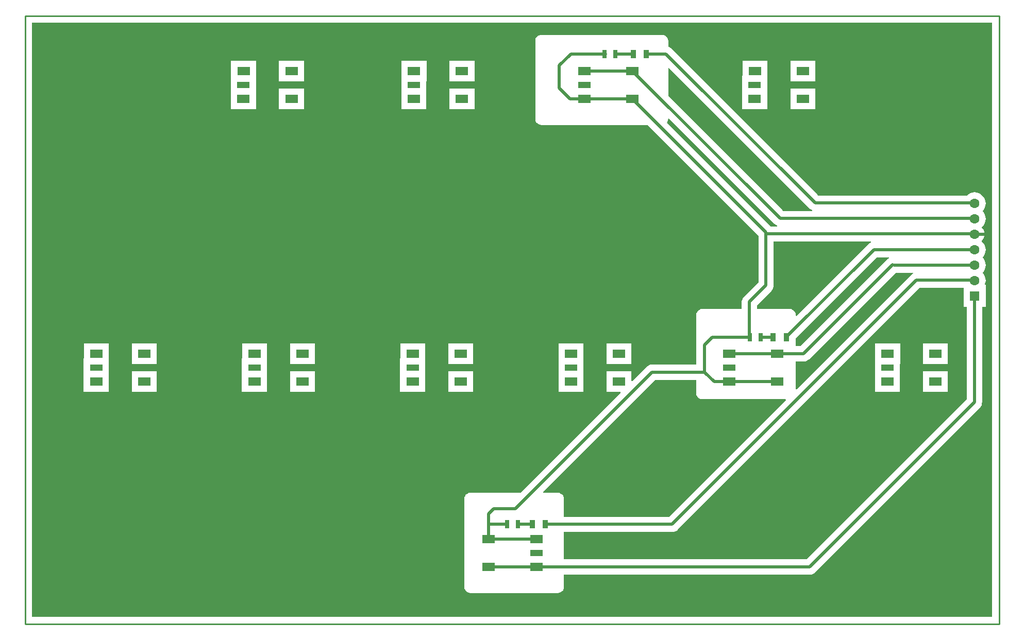
<source format=gtl>
%FSLAX24Y24*%
%MOMM*%
%SFA1B1*%

%IPPOS*%
%ADD10R,2.099996X1.399997*%
%ADD11R,2.099996X0.999998*%
%ADD12R,0.899998X1.399997*%
%ADD13R,0.799998X1.399997*%
%ADD14C,0.250000*%
%ADD15C,0.499999*%
%ADD16C,1.599997*%
%ADD17R,1.599997X1.599997*%
%LNplata_sredn-1*%
%LPD*%
G36*
X1588599Y-988099D02*
X11399D01*
Y-10899*
X1588599*
Y-988099*
G37*
%LNplata_sredn-2*%
%LPC*%
G36*
X216099Y-538099D02*
X175099D01*
Y-572099*
X216099*
Y-538099*
G37*
G36*
X1046499Y-30599D02*
X848399D01*
X845699Y-30899*
X843299Y-31899*
X841199Y-33499*
X839599Y-35599*
X838599Y-37999*
X838299Y-40599*
Y-168899*
X838599Y-171499*
X839599Y-173999*
X841199Y-175999*
X843299Y-177599*
X845699Y-178699*
X848399Y-178999*
X1022899*
X1204699Y-360799*
Y-437499*
X1181100Y-460999*
X1179499Y-462899*
X1178399Y-465099*
X1177699Y-467399*
X1177399Y-469900*
Y-481399*
X1112499*
X1109899Y-481699*
X1107499Y-482799*
X1105399Y-484399*
X1103799Y-486399*
X1102799Y-488899*
X1102399Y-491499*
Y-572899*
X1029999*
X1027499Y-573199*
X1025199Y-573899*
X1022999Y-574999*
X1021099Y-576599*
X997299Y-600399*
X996099Y-599899*
Y-584099*
X955099*
Y-618099*
X977900*
X978399Y-619299*
X813999Y-783699*
X731499*
X728899Y-783999*
X726499Y-784999*
X724399Y-786599*
X722799Y-788699*
X721799Y-791099*
X721399Y-793799*
Y-938499*
X721799Y-941099*
X722799Y-943599*
X724399Y-945699*
X726499Y-947299*
X728899Y-948299*
X731499Y-948599*
X874999*
X877599Y-948299*
X880099Y-947299*
X882199Y-945699*
X883799Y-943599*
X884799Y-941099*
X885099Y-938499*
Y-918399*
X1288799*
X1291199Y-918099*
X1293599Y-917399*
X1295699Y-916199*
X1297599Y-914699*
X1568399Y-643899*
X1569999Y-641999*
X1571199Y-639799*
X1571899Y-637499*
X1572099Y-635000*
Y-477999*
X1577999*
Y-441999*
X1577599*
X1576899Y-440999*
X1577699Y-438099*
X1578099Y-434599*
X1577699Y-431099*
X1576699Y-427699*
X1574999Y-424599*
X1572899Y-421899*
X1574999Y-419199*
X1576699Y-416099*
X1577699Y-412699*
X1578099Y-409199*
X1577699Y-405699*
X1576699Y-402299*
X1574999Y-399199*
X1572899Y-396499*
X1574999Y-393799*
X1576699Y-390699*
X1577699Y-387299*
X1578099Y-383799*
X1577699Y-380299*
X1576699Y-376899*
X1574999Y-373799*
X1572799Y-370999*
X1571999Y-370399*
X1571899Y-369099*
X1573399Y-367299*
X1574899Y-364599*
X1575799Y-361499*
Y-360899*
X1559999*
Y-355899*
X1575799*
Y-355299*
X1574899Y-352199*
X1573399Y-349499*
X1571899Y-347699*
X1571999Y-346399*
X1572799Y-345799*
X1574999Y-342999*
X1576699Y-339899*
X1577699Y-336499*
X1578099Y-332999*
X1577699Y-329499*
X1576699Y-326099*
X1574999Y-322999*
X1572899Y-320299*
X1574999Y-317599*
X1576699Y-314499*
X1577699Y-311099*
X1578099Y-307599*
X1577699Y-304099*
X1576699Y-300699*
X1574999Y-297599*
X1572799Y-294799*
X1569999Y-292599*
X1566899Y-290899*
X1563499Y-289899*
X1559999Y-289499*
X1556499Y-289899*
X1553099Y-290899*
X1549999Y-292599*
X1547199Y-294799*
X1303099*
X1061699Y-53299*
X1059799Y-51799*
X1057599Y-50599*
X1056599Y-50299*
Y-40599*
X1056199Y-37999*
X1055199Y-35599*
X1053599Y-33499*
X1051499Y-31899*
X1049099Y-30899*
X1046499Y-30599*
G37*
G36*
X917399Y-538099D02*
X876399D01*
Y-563099*
X876099*
Y-593099*
Y-618099*
X917099*
Y-593099*
Y-572099*
X917399*
Y-538099*
G37*
G36*
X996099D02*
X955099D01*
Y-572099*
X996099*
Y-538099*
G37*
G36*
X736099D02*
X695099D01*
Y-572099*
X736099*
Y-538099*
G37*
G36*
X476099D02*
X435099D01*
Y-572099*
X476099*
Y-538099*
G37*
G36*
X397399D02*
X356399D01*
Y-563099*
X356099*
Y-593099*
Y-618099*
X397099*
Y-593099*
Y-572099*
X397399*
Y-538099*
G37*
G36*
X216099Y-584099D02*
X175099D01*
Y-618099*
X216099*
Y-584099*
G37*
G36*
X137399Y-538099D02*
X96399D01*
Y-563099*
X96099*
Y-593099*
Y-618099*
X137099*
Y-593099*
Y-572099*
X137399*
Y-538099*
G37*
G36*
X736099Y-584099D02*
X695099D01*
Y-618099*
X736099*
Y-584099*
G37*
G36*
X657399Y-538099D02*
X616399D01*
Y-563099*
X616099*
Y-593099*
Y-618099*
X657099*
Y-593099*
Y-572099*
X657399*
Y-538099*
G37*
G36*
X476099Y-584099D02*
X435099D01*
Y-618099*
X476099*
Y-584099*
G37*
G36*
X738099Y-118999D02*
X697099D01*
Y-152999*
X738099*
Y-118999*
G37*
G36*
X1219399Y-72999D02*
X1178399D01*
Y-97999*
X1178099*
Y-127999*
Y-152999*
X1219099*
Y-127999*
Y-106999*
X1219399*
Y-72999*
G37*
G36*
X458099Y-118999D02*
X417099D01*
Y-152999*
X458099*
Y-118999*
G37*
G36*
X659399Y-72999D02*
X618399D01*
Y-97999*
X618099*
Y-127999*
Y-152999*
X659099*
Y-127999*
Y-106999*
X659399*
Y-72999*
G37*
G36*
X738099D02*
X697099D01*
Y-106999*
X738099*
Y-72999*
G37*
G36*
X1298099D02*
X1257099D01*
Y-106999*
X1298099*
Y-72999*
G37*
G36*
Y-118999D02*
X1257099D01*
Y-152999*
X1298099*
Y-118999*
G37*
G36*
X458099Y-72999D02*
X417099D01*
Y-106999*
X458099*
Y-72999*
G37*
G36*
X379399D02*
X338399D01*
Y-97999*
X338099*
Y-127999*
Y-152999*
X379099*
Y-127999*
Y-106999*
X379399*
Y-72999*
G37*
%LNplata_sredn-3*%
%LPD*%
G36*
X1389899Y-371999D02*
X1389499Y-372099D01*
X1387399Y-373199*
X1385399Y-374799*
X1267299Y-492899*
X1266099Y-492499*
Y-491499*
X1265799Y-488899*
X1264799Y-486399*
X1263199Y-484399*
X1261099Y-482799*
X1258599Y-481699*
X1255999Y-481399*
X1202599*
Y-475099*
X1226099Y-451499*
X1227699Y-449599*
X1228799Y-447499*
X1229499Y-445099*
X1229799Y-442699*
Y-370699*
X1389699*
X1389899Y-371999*
G37*
G36*
X1419699Y-397599D02*
X1417999Y-398499D01*
X1416099Y-400099*
X1273599Y-542499*
X1266099*
Y-529599*
X1399399Y-396399*
X1419299*
X1419699Y-397599*
G37*
G36*
X1541999Y-477999D02*
X1546999D01*
Y-629799*
X1283599Y-893199*
X885099*
Y-848199*
X1062999*
X1065399Y-847999*
X1067799Y-847299*
X1069999Y-846099*
X1071899Y-844499*
X1469499Y-446899*
X1541999*
Y-477999*
G37*
G36*
X1102399Y-619799D02*
X1102799Y-622399D01*
X1103799Y-624799*
X1105399Y-626899*
X1107499Y-628499*
X1109899Y-629499*
X1112499Y-629799*
X1249399*
X1249899Y-630999*
X1057799Y-823099*
X885099*
Y-793799*
X884799Y-791099*
X883799Y-788699*
X882199Y-786599*
X880099Y-784999*
X877599Y-783999*
X874999Y-783699*
X851199*
X850699Y-782499*
X1035199Y-597999*
X1102399*
Y-619799*
G37*
G36*
X1231499Y-341599D02*
X1233399Y-343199D01*
X1235599Y-344299*
X1235199Y-345599*
X1224999*
X1054399Y-174999*
X1055199Y-173999*
X1056199Y-171499*
X1056599Y-168899*
Y-168399*
X1057699Y-167899*
X1231499Y-341599*
G37*
G36*
X1458999Y-422999D02*
X1457299Y-423899D01*
X1455399Y-425499*
X1267299Y-613599*
X1266099Y-613099*
Y-567699*
X1278799*
X1281199Y-567399*
X1283599Y-566699*
X1285799Y-565499*
X1287699Y-563999*
X1429899Y-421799*
X1458699*
X1458999Y-422999*
G37*
G36*
X1289099Y-316199D02*
X1289899Y-316899D01*
X1290999Y-317799*
X1293099Y-318899*
X1292799Y-320199*
X1245599*
X1056599Y-131199*
Y-85399*
X1057699Y-84899*
X1289099Y-316199*
G37*
%LNplata_sredn-4*%
%LPC*%
G36*
X1516099Y-538099D02*
X1475099D01*
Y-572099*
X1516099*
Y-538099*
G37*
G36*
X1437399D02*
X1396399D01*
Y-563099*
X1396099*
Y-593099*
Y-618099*
X1437099*
Y-593099*
Y-572099*
X1437399*
Y-538099*
G37*
G36*
X1516099Y-584099D02*
X1475099D01*
Y-618099*
X1516099*
Y-584099*
G37*
%LNplata_sredn-5*%
%LPD*%
G54D10*
X437599Y-135999D03*
Y-89999D03*
X358599Y-135999D03*
X358899Y-89999D03*
X717599Y-135999D03*
Y-89999D03*
X638599Y-135999D03*
X638899Y-89999D03*
X997599Y-135999D03*
Y-89999D03*
X918599Y-135999D03*
X918899Y-89999D03*
X1277599Y-135999D03*
Y-89999D03*
X1198599Y-135999D03*
X1198899Y-89999D03*
X195599Y-601099D03*
Y-555099D03*
X116599Y-601099D03*
X116899Y-555099D03*
X455599Y-601099D03*
Y-555099D03*
X376599Y-601099D03*
X376899Y-555099D03*
X715599Y-601099D03*
Y-555099D03*
X636599Y-601099D03*
X636899Y-555099D03*
X975599Y-601099D03*
Y-555099D03*
X896599Y-601099D03*
X896899Y-555099D03*
X1235599Y-601099D03*
Y-555099D03*
X1156599Y-601099D03*
X1156899Y-555099D03*
X1495599Y-601099D03*
Y-555099D03*
X1416599Y-601099D03*
X1416899Y-555099D03*
X761399Y-859799D03*
Y-905799D03*
X840399Y-859799D03*
X840099Y-905799D03*
G54D11*
X358599Y-112999D03*
X638599D03*
X918599D03*
X1198599D03*
X116599Y-578099D03*
X376599D03*
X636599D03*
X896599D03*
X1156599D03*
X1416599D03*
X840399Y-882799D03*
G54D12*
X854099Y-835699D03*
X832899Y-835599D03*
X1250299Y-528399D03*
X1229099Y-528199D03*
X1020399Y-62299D03*
X999299Y-62099D03*
G54D13*
X969899Y-62299D03*
X951999D03*
X1190699Y-528399D03*
X1208699D03*
X809899Y-835699D03*
X791899D03*
G54D14*
X0Y-999499D02*
X1599999D01*
Y499*
X0D02*
X1599999D01*
X0Y-999499D02*
Y499D01*
G54D15*
X1556999Y-358099D02*
X1559599Y-355600D01*
X1556999Y-307299D02*
X1559599Y-304800D01*
X1297899Y-307299D02*
X1556999D01*
X1052799Y-62199D02*
X1297899Y-307299D01*
X1556999Y-332699D02*
X1559599Y-330200D01*
X1240399Y-332699D02*
X1556999D01*
X997599Y-89999D02*
X1240399Y-332699D01*
X1217199Y-358099D02*
X1556999D01*
X1217199Y-442699D02*
Y-358099D01*
X1556999Y-408899D02*
X1559599Y-406400D01*
X1427899Y-409199D02*
X1559999D01*
X1278799Y-555099D02*
X1424899Y-408899D01*
X1556999Y-434299D02*
X1559599Y-431800D01*
X1464299Y-434299D02*
X1556999D01*
X1062999Y-835699D02*
X1464299Y-434299D01*
X840099Y-905799D02*
X1288799D01*
X761399D02*
X840099D01*
X1288799D02*
X1559599Y-635000D01*
Y-457200*
X854699Y-835699D02*
X1062999D01*
X761399Y-859799D02*
X840399D01*
X837599Y-856999D02*
X840399Y-859799D01*
X1156899Y-555099D02*
X1235599D01*
X1278799*
X1250999Y-527099D02*
X1394299Y-383699D01*
X1394499Y-383799D02*
X1559999D01*
X1156599Y-601099D02*
X1235599D01*
X1131999D02*
X1156599D01*
X1116299Y-585499D02*
X1131999Y-601099D01*
X1116299Y-585499D02*
Y-540999D01*
X1128999Y-528299*
X918899Y-89999D02*
X997599D01*
X918599Y-135999D02*
X997599D01*
X1217199Y-355600*
X810099Y-835599D02*
X832899D01*
X761499Y-835699D02*
X791899D01*
X1029999Y-585499D02*
X1116299D01*
X761399Y-859799D02*
Y-818499D01*
X769599Y-810299*
X805199*
X1029999Y-585499*
X1128999Y-528299D02*
X1189999D01*
Y-469900*
X1217199Y-442699*
X1208699Y-528399D02*
X1228999D01*
X1020499Y-62199D02*
X1052799D01*
X970099Y-62099D02*
X999299D01*
X896599Y-62199D02*
X953499D01*
X877599Y-81299D02*
X896599Y-62199D01*
X877599Y-118099D02*
Y-81299D01*
Y-118099D02*
X895499Y-135999D01*
X918599*
G54D16*
X1559999Y-307599D03*
Y-332999D03*
Y-358399D03*
Y-383799D03*
Y-434599D03*
Y-409199D03*
G54D17*
X1559999Y-459999D03*
M02*
</source>
